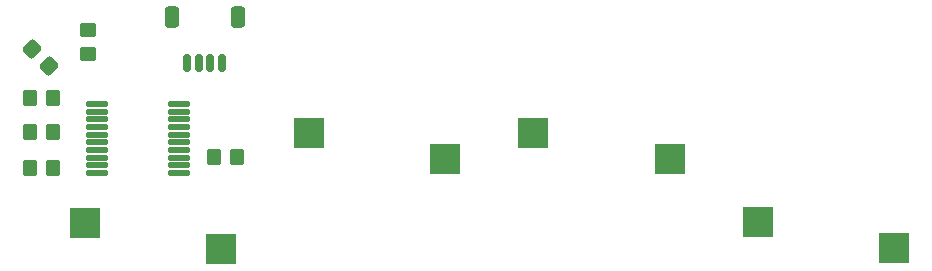
<source format=gbr>
%TF.GenerationSoftware,KiCad,Pcbnew,9.0.0*%
%TF.CreationDate,2025-04-27T09:25:50-07:00*%
%TF.ProjectId,c7k-rt,63376b2d-7274-42e6-9b69-6361645f7063,rev?*%
%TF.SameCoordinates,Original*%
%TF.FileFunction,Paste,Bot*%
%TF.FilePolarity,Positive*%
%FSLAX46Y46*%
G04 Gerber Fmt 4.6, Leading zero omitted, Abs format (unit mm)*
G04 Created by KiCad (PCBNEW 9.0.0) date 2025-04-27 09:25:50*
%MOMM*%
%LPD*%
G01*
G04 APERTURE LIST*
G04 Aperture macros list*
%AMRoundRect*
0 Rectangle with rounded corners*
0 $1 Rounding radius*
0 $2 $3 $4 $5 $6 $7 $8 $9 X,Y pos of 4 corners*
0 Add a 4 corners polygon primitive as box body*
4,1,4,$2,$3,$4,$5,$6,$7,$8,$9,$2,$3,0*
0 Add four circle primitives for the rounded corners*
1,1,$1+$1,$2,$3*
1,1,$1+$1,$4,$5*
1,1,$1+$1,$6,$7*
1,1,$1+$1,$8,$9*
0 Add four rect primitives between the rounded corners*
20,1,$1+$1,$2,$3,$4,$5,0*
20,1,$1+$1,$4,$5,$6,$7,0*
20,1,$1+$1,$6,$7,$8,$9,0*
20,1,$1+$1,$8,$9,$2,$3,0*%
G04 Aperture macros list end*
%ADD10R,2.600000X2.600000*%
%ADD11RoundRect,0.250000X-0.350000X-0.450000X0.350000X-0.450000X0.350000X0.450000X-0.350000X0.450000X0*%
%ADD12RoundRect,0.125000X-0.825000X-0.125000X0.825000X-0.125000X0.825000X0.125000X-0.825000X0.125000X0*%
%ADD13RoundRect,0.250000X-0.450000X0.350000X-0.450000X-0.350000X0.450000X-0.350000X0.450000X0.350000X0*%
%ADD14RoundRect,0.150000X-0.150000X-0.625000X0.150000X-0.625000X0.150000X0.625000X-0.150000X0.625000X0*%
%ADD15RoundRect,0.250000X-0.350000X-0.650000X0.350000X-0.650000X0.350000X0.650000X-0.350000X0.650000X0*%
%ADD16RoundRect,0.250000X-0.565685X-0.070711X-0.070711X-0.565685X0.565685X0.070711X0.070711X0.565685X0*%
G04 APERTURE END LIST*
D10*
%TO.C,SW0*%
X235925000Y-88900000D03*
X247475000Y-91100000D03*
%TD*%
%TO.C,SW2*%
X197925000Y-81370000D03*
X209475000Y-83570000D03*
%TD*%
%TO.C,SW3*%
X178925000Y-89000000D03*
X190475000Y-91200000D03*
%TD*%
%TO.C,SW1*%
X216925000Y-81370000D03*
X228475000Y-83570000D03*
%TD*%
D11*
%TO.C,R1*%
X174263627Y-81270000D03*
X176263627Y-81270000D03*
%TD*%
D12*
%TO.C,U1*%
X179930000Y-84755000D03*
X179930000Y-84105000D03*
X179930000Y-83455000D03*
X179930000Y-82805000D03*
X179930000Y-82155000D03*
X179930000Y-81505000D03*
X179930000Y-80855000D03*
X179930000Y-80205000D03*
X179930000Y-79555000D03*
X179930000Y-78905000D03*
X186930000Y-78905000D03*
X186930000Y-79555000D03*
X186930000Y-80205000D03*
X186930000Y-80855000D03*
X186930000Y-81505000D03*
X186930000Y-82155000D03*
X186930000Y-82805000D03*
X186930000Y-83455000D03*
X186930000Y-84105000D03*
X186930000Y-84755000D03*
%TD*%
D13*
%TO.C,R3*%
X179190000Y-72640000D03*
X179190000Y-74640000D03*
%TD*%
D11*
%TO.C,R4*%
X174263627Y-78420000D03*
X176263627Y-78420000D03*
%TD*%
%TO.C,R6*%
X189840000Y-83430000D03*
X191840000Y-83430000D03*
%TD*%
D14*
%TO.C,J1*%
X187580000Y-75400000D03*
X188580000Y-75400000D03*
X189580000Y-75400000D03*
X190580000Y-75400000D03*
D15*
X186280000Y-71525000D03*
X191880000Y-71525000D03*
%TD*%
D16*
%TO.C,R5*%
X174452893Y-74282893D03*
X175867107Y-75697107D03*
%TD*%
D11*
%TO.C,R2*%
X174263627Y-84350000D03*
X176263627Y-84350000D03*
%TD*%
M02*

</source>
